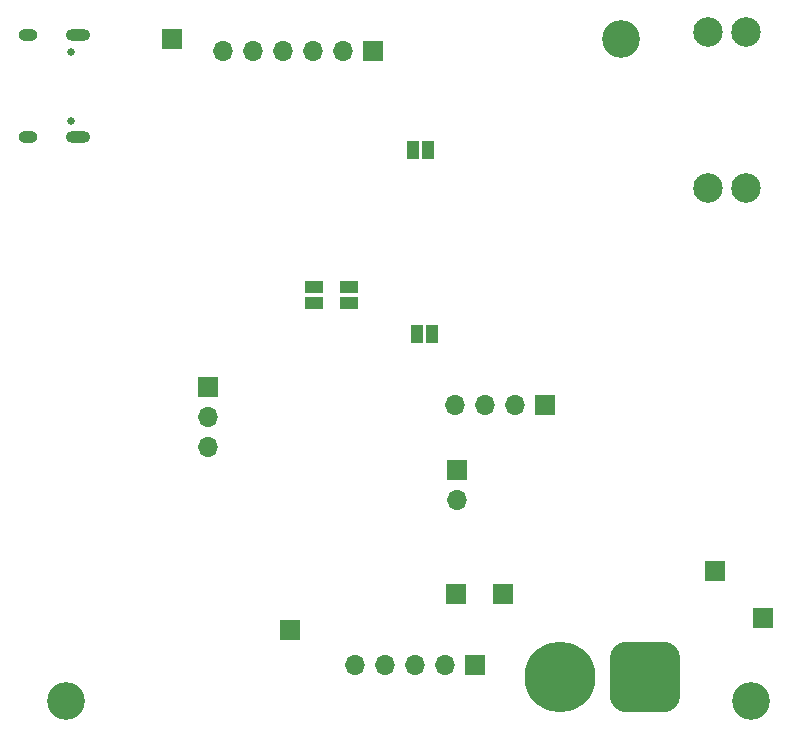
<source format=gbr>
%TF.GenerationSoftware,KiCad,Pcbnew,8.0.7*%
%TF.CreationDate,2025-01-05T22:37:43-08:00*%
%TF.ProjectId,Test Rocket Board,54657374-2052-46f6-936b-657420426f61,rev?*%
%TF.SameCoordinates,Original*%
%TF.FileFunction,Soldermask,Bot*%
%TF.FilePolarity,Negative*%
%FSLAX46Y46*%
G04 Gerber Fmt 4.6, Leading zero omitted, Abs format (unit mm)*
G04 Created by KiCad (PCBNEW 8.0.7) date 2025-01-05 22:37:43*
%MOMM*%
%LPD*%
G01*
G04 APERTURE LIST*
G04 Aperture macros list*
%AMRoundRect*
0 Rectangle with rounded corners*
0 $1 Rounding radius*
0 $2 $3 $4 $5 $6 $7 $8 $9 X,Y pos of 4 corners*
0 Add a 4 corners polygon primitive as box body*
4,1,4,$2,$3,$4,$5,$6,$7,$8,$9,$2,$3,0*
0 Add four circle primitives for the rounded corners*
1,1,$1+$1,$2,$3*
1,1,$1+$1,$4,$5*
1,1,$1+$1,$6,$7*
1,1,$1+$1,$8,$9*
0 Add four rect primitives between the rounded corners*
20,1,$1+$1,$2,$3,$4,$5,0*
20,1,$1+$1,$4,$5,$6,$7,0*
20,1,$1+$1,$6,$7,$8,$9,0*
20,1,$1+$1,$8,$9,$2,$3,0*%
G04 Aperture macros list end*
%ADD10C,3.200000*%
%ADD11R,1.700000X1.700000*%
%ADD12O,1.700000X1.700000*%
%ADD13C,2.504000*%
%ADD14RoundRect,1.500000X1.500000X1.500000X-1.500000X1.500000X-1.500000X-1.500000X1.500000X-1.500000X0*%
%ADD15C,6.000000*%
%ADD16C,0.650000*%
%ADD17O,2.100000X1.000000*%
%ADD18O,1.600000X1.000000*%
%ADD19R,1.000000X1.500000*%
%ADD20R,1.500000X1.000000*%
G04 APERTURE END LIST*
D10*
%TO.C,H2*%
X195000000Y-135000000D03*
%TD*%
D11*
%TO.C,J2*%
X177540000Y-110000000D03*
D12*
X175000000Y-110000000D03*
X172460000Y-110000000D03*
X169920000Y-110000000D03*
%TD*%
D11*
%TO.C,TP4*%
X156000000Y-129000000D03*
%TD*%
D10*
%TO.C,H1*%
X137000000Y-135000000D03*
%TD*%
D11*
%TO.C,J7*%
X171620000Y-132000000D03*
D12*
X169080000Y-132000000D03*
X166540000Y-132000000D03*
X164000000Y-132000000D03*
X161460000Y-132000000D03*
%TD*%
D13*
%TO.C,BT1*%
X191400000Y-91600000D03*
X194600000Y-91600000D03*
X194600000Y-78400000D03*
X191400000Y-78400000D03*
%TD*%
D11*
%TO.C,J1*%
X149000000Y-108475000D03*
D12*
X149000000Y-111015000D03*
X149000000Y-113555000D03*
%TD*%
D14*
%TO.C,J5*%
X186000000Y-133000000D03*
D15*
X178800000Y-133000000D03*
%TD*%
D11*
%TO.C,J6*%
X170110000Y-115485000D03*
D12*
X170110000Y-118025000D03*
%TD*%
D11*
%TO.C,5V1*%
X192000000Y-124000000D03*
%TD*%
%TO.C,TP5*%
X146000000Y-79000000D03*
%TD*%
%TO.C,TP1*%
X170000000Y-126000000D03*
%TD*%
%TO.C,J4*%
X163000000Y-79975000D03*
D12*
X160460000Y-79975000D03*
X157920000Y-79975000D03*
X155380000Y-79975000D03*
X152840000Y-79975000D03*
X150300000Y-79975000D03*
%TD*%
D11*
%TO.C,TP2*%
X174000000Y-126000000D03*
%TD*%
D16*
%TO.C,J3*%
X137470000Y-80110000D03*
X137470000Y-85890000D03*
D17*
X138000000Y-78680000D03*
D18*
X133820000Y-78680000D03*
D17*
X138000000Y-87320000D03*
D18*
X133820000Y-87320000D03*
%TD*%
D11*
%TO.C,TP3*%
X196000000Y-128000000D03*
%TD*%
D10*
%TO.C,H3*%
X184000000Y-79000000D03*
%TD*%
D19*
%TO.C,JP3*%
X167650000Y-88350000D03*
X166350000Y-88350000D03*
%TD*%
%TO.C,JP4*%
X168000000Y-104000000D03*
X166700000Y-104000000D03*
%TD*%
D20*
%TO.C,JP2*%
X158000000Y-100000000D03*
X158000000Y-101300000D03*
%TD*%
%TO.C,JP1*%
X161000000Y-101300000D03*
X161000000Y-100000000D03*
%TD*%
M02*

</source>
